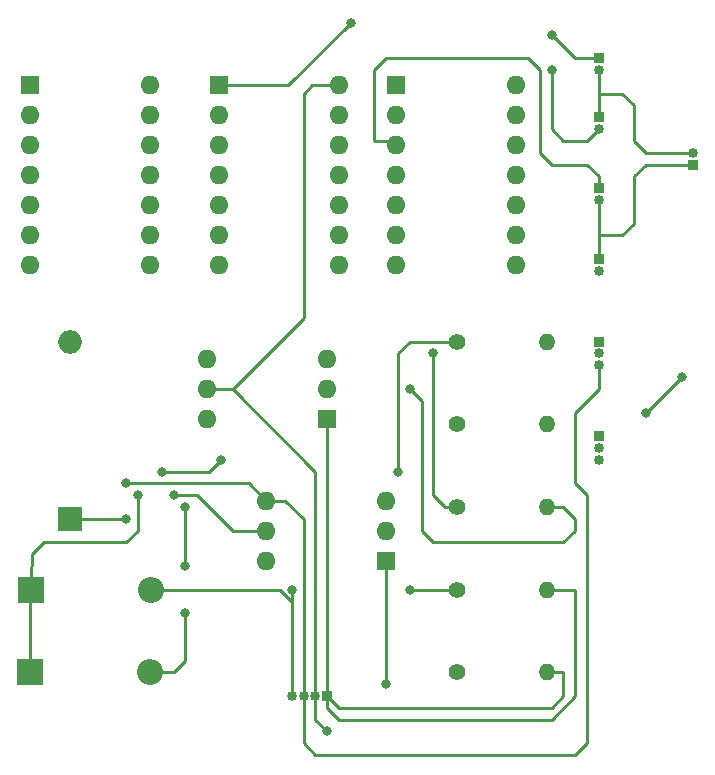
<source format=gbr>
%TF.GenerationSoftware,KiCad,Pcbnew,7.0.1-0*%
%TF.CreationDate,2023-05-12T11:35:49+01:00*%
%TF.ProjectId,rs232,72733233-322e-46b6-9963-61645f706362,rev?*%
%TF.SameCoordinates,Original*%
%TF.FileFunction,Copper,L1,Top*%
%TF.FilePolarity,Positive*%
%FSLAX46Y46*%
G04 Gerber Fmt 4.6, Leading zero omitted, Abs format (unit mm)*
G04 Created by KiCad (PCBNEW 7.0.1-0) date 2023-05-12 11:35:49*
%MOMM*%
%LPD*%
G01*
G04 APERTURE LIST*
%TA.AperFunction,ComponentPad*%
%ADD10R,0.850000X0.850000*%
%TD*%
%TA.AperFunction,ComponentPad*%
%ADD11O,0.850000X0.850000*%
%TD*%
%TA.AperFunction,ComponentPad*%
%ADD12C,1.400000*%
%TD*%
%TA.AperFunction,ComponentPad*%
%ADD13O,1.400000X1.400000*%
%TD*%
%TA.AperFunction,ComponentPad*%
%ADD14R,1.600000X1.600000*%
%TD*%
%TA.AperFunction,ComponentPad*%
%ADD15O,1.600000X1.600000*%
%TD*%
%TA.AperFunction,ComponentPad*%
%ADD16R,2.200000X2.200000*%
%TD*%
%TA.AperFunction,ComponentPad*%
%ADD17O,2.200000X2.200000*%
%TD*%
%TA.AperFunction,ComponentPad*%
%ADD18R,2.000000X2.000000*%
%TD*%
%TA.AperFunction,ComponentPad*%
%ADD19O,2.000000X2.000000*%
%TD*%
%TA.AperFunction,ViaPad*%
%ADD20C,0.800000*%
%TD*%
%TA.AperFunction,Conductor*%
%ADD21C,0.250000*%
%TD*%
G04 APERTURE END LIST*
D10*
%TO.P,TSC1,1*%
%TO.N,N/C*%
X233000000Y-99000000D03*
D11*
%TO.P,TSC1,2*%
X233000000Y-100000000D03*
%TD*%
D10*
%TO.P,TSC4,1*%
%TO.N,N/C*%
X233000000Y-105000000D03*
D11*
%TO.P,TSC4,2*%
X233000000Y-106000000D03*
%TD*%
D10*
%TO.P,TSC3,1*%
%TO.N,N/C*%
X233000000Y-88000000D03*
D11*
%TO.P,TSC3,2*%
X233000000Y-89000000D03*
%TD*%
D10*
%TO.P,TSC2,1*%
%TO.N,N/C*%
X233000000Y-93000000D03*
D11*
%TO.P,TSC2,2*%
X233000000Y-94000000D03*
%TD*%
D12*
%TO.P,R4,1*%
%TO.N,Net-(C12-Pad1)*%
X220980000Y-112000000D03*
D13*
%TO.P,R4,2*%
%TO.N,Net-(J1-Pin_1)*%
X228600000Y-112000000D03*
%TD*%
D14*
%TO.P,E40,1,1A*%
%TO.N,unconnected-(E40-1A-Pad1)*%
X184840000Y-90300000D03*
D15*
%TO.P,E40,2,1Y*%
%TO.N,unconnected-(E40-1Y-Pad2)*%
X184840000Y-92840000D03*
%TO.P,E40,3,2A*%
%TO.N,unconnected-(E40-2A-Pad3)*%
X184840000Y-95380000D03*
%TO.P,E40,4,2Y*%
%TO.N,unconnected-(E40-2Y-Pad4)*%
X184840000Y-97920000D03*
%TO.P,E40,5,3A*%
%TO.N,Net-(E40-3A)*%
X184840000Y-100460000D03*
%TO.P,E40,6,3Y*%
%TO.N,Net-(E40-3Y)*%
X184840000Y-103000000D03*
%TO.P,E40,7,GND*%
%TO.N,unconnected-(E40-GND-Pad7)*%
X184840000Y-105540000D03*
%TO.P,E40,8,4Y*%
%TO.N,unconnected-(E40-4Y-Pad8)*%
X195000000Y-105540000D03*
%TO.P,E40,9,4A*%
%TO.N,unconnected-(E40-4A-Pad9)*%
X195000000Y-103000000D03*
%TO.P,E40,10,5Y*%
%TO.N,unconnected-(E40-5Y-Pad10)*%
X195000000Y-100460000D03*
%TO.P,E40,11,5A*%
%TO.N,unconnected-(E40-5A-Pad11)*%
X195000000Y-97920000D03*
%TO.P,E40,12,6Y*%
%TO.N,Net-(E40-6Y)*%
X195000000Y-95380000D03*
%TO.P,E40,13,6A*%
%TO.N,Net-(E40-6A)*%
X195000000Y-92840000D03*
%TO.P,E40,14,V_{CC}*%
%TO.N,unconnected-(E40-V_{CC}-Pad14)*%
X195000000Y-90300000D03*
%TD*%
D14*
%TO.P,E31,1,A*%
%TO.N,Net-(E31-A)*%
X215000000Y-130540000D03*
D15*
%TO.P,E31,2,C*%
%TO.N,Net-(C12-Pad1)*%
X215000000Y-128000000D03*
%TO.P,E31,3,N/C*%
%TO.N,unconnected-(E31-N{slash}C-Pad3)*%
X215000000Y-125460000D03*
%TO.P,E31,4,E*%
%TO.N,Net-(E31-E)*%
X204840000Y-125460000D03*
%TO.P,E31,5,C*%
%TO.N,Net-(E40-3A)*%
X204840000Y-128000000D03*
%TO.P,E31,6,B*%
%TO.N,unconnected-(E31-B-Pad6)*%
X204840000Y-130540000D03*
%TD*%
D10*
%TO.P,J1,1,Pin_1*%
%TO.N,Net-(J1-Pin_1)*%
X233000000Y-120000000D03*
D11*
%TO.P,J1,2,Pin_2*%
%TO.N,Net-(D10-A)*%
X233000000Y-121000000D03*
%TO.P,J1,3,Pin_3*%
%TO.N,Net-(J1-Pin_3)*%
X233000000Y-122000000D03*
%TD*%
D10*
%TO.P,J4,1,Pin_1*%
%TO.N,Net-(J4-Pin_1)*%
X241000000Y-97000000D03*
D11*
%TO.P,J4,2,Pin_2*%
%TO.N,Net-(J4-Pin_2)*%
X241000000Y-96000000D03*
%TD*%
D14*
%TO.P,E52,1,1A*%
%TO.N,Net-(E52-1A)*%
X215840000Y-90300000D03*
D15*
%TO.P,E52,2,1CONT*%
%TO.N,unconnected-(E52-1CONT-Pad2)*%
X215840000Y-92840000D03*
%TO.P,E52,3,1Y*%
%TO.N,Net-(E52-1Y)*%
X215840000Y-95380000D03*
%TO.P,E52,4,2A*%
%TO.N,unconnected-(E52-2A-Pad4)*%
X215840000Y-97920000D03*
%TO.P,E52,5,2CONT*%
%TO.N,unconnected-(E52-2CONT-Pad5)*%
X215840000Y-100460000D03*
%TO.P,E52,6,2Y*%
%TO.N,unconnected-(E52-2Y-Pad6)*%
X215840000Y-103000000D03*
%TO.P,E52,7,GND*%
%TO.N,unconnected-(E52-GND-Pad7)*%
X215840000Y-105540000D03*
%TO.P,E52,8,3Y*%
%TO.N,Net-(E52-3Y)*%
X226000000Y-105540000D03*
%TO.P,E52,9,3CONT*%
%TO.N,unconnected-(E52-3CONT-Pad9)*%
X226000000Y-103000000D03*
%TO.P,E52,10,3A*%
%TO.N,unconnected-(E52-3A-Pad10)*%
X226000000Y-100460000D03*
%TO.P,E52,11,4Y*%
%TO.N,unconnected-(E52-4Y-Pad11)*%
X226000000Y-97920000D03*
%TO.P,E52,12,4CONT*%
%TO.N,unconnected-(E52-4CONT-Pad12)*%
X226000000Y-95380000D03*
%TO.P,E52,13,4A*%
%TO.N,unconnected-(E52-4A-Pad13)*%
X226000000Y-92840000D03*
%TO.P,E52,14,V_{CC}*%
%TO.N,unconnected-(E52-V_{CC}-Pad14)*%
X226000000Y-90300000D03*
%TD*%
D14*
%TO.P,E46,1,V_{CC}-*%
%TO.N,Net-(D10-A)*%
X200840000Y-90300000D03*
D15*
%TO.P,E46,2,1A*%
%TO.N,unconnected-(E46-1A-Pad2)*%
X200840000Y-92840000D03*
%TO.P,E46,3,1Y*%
%TO.N,unconnected-(E46-1Y-Pad3)*%
X200840000Y-95380000D03*
%TO.P,E46,4,2A*%
%TO.N,Net-(E46-2A)*%
X200840000Y-97920000D03*
%TO.P,E46,5,2B*%
X200840000Y-100460000D03*
%TO.P,E46,6,2Y*%
%TO.N,Net-(E46-2Y)*%
X200840000Y-103000000D03*
%TO.P,E46,7,GND*%
%TO.N,unconnected-(E46-GND-Pad7)*%
X200840000Y-105540000D03*
%TO.P,E46,8,3Y*%
%TO.N,Net-(E46-3Y)*%
X211000000Y-105540000D03*
%TO.P,E46,9,3A*%
%TO.N,unconnected-(E46-3A-Pad9)*%
X211000000Y-103000000D03*
%TO.P,E46,10,3B*%
%TO.N,unconnected-(E46-3B-Pad10)*%
X211000000Y-100460000D03*
%TO.P,E46,11,4Y*%
%TO.N,unconnected-(E46-4Y-Pad11)*%
X211000000Y-97920000D03*
%TO.P,E46,12,4A*%
%TO.N,unconnected-(E46-4A-Pad12)*%
X211000000Y-95380000D03*
%TO.P,E46,13,4B*%
%TO.N,unconnected-(E46-4B-Pad13)*%
X211000000Y-92840000D03*
%TO.P,E46,14,V_{CC}+*%
%TO.N,Net-(E31-A)*%
X211000000Y-90300000D03*
%TD*%
D16*
%TO.P,D11,1,K*%
%TO.N,Net-(D10-K)*%
X184840000Y-140000000D03*
D17*
%TO.P,D11,2,A*%
%TO.N,Net-(D11-A)*%
X195000000Y-140000000D03*
%TD*%
D12*
%TO.P,R5,1*%
%TO.N,Net-(D10-K)*%
X220980000Y-119000000D03*
D13*
%TO.P,R5,2*%
%TO.N,Net-(J1-Pin_3)*%
X228600000Y-119000000D03*
%TD*%
D10*
%TO.P,J3,1,Pin_1*%
%TO.N,Net-(E46-2Y)*%
X233000000Y-112000000D03*
D11*
%TO.P,J3,2,Pin_2*%
%TO.N,Net-(E52-1A)*%
X233000000Y-113000000D03*
%TO.P,J3,3,Pin_3*%
%TO.N,Net-(E31-E)*%
X233000000Y-114000000D03*
%TD*%
D18*
%TO.P,C12,1*%
%TO.N,Net-(C12-Pad1)*%
X188242500Y-127000000D03*
D19*
%TO.P,C12,2*%
%TO.N,Net-(E31-E)*%
X188242500Y-112000000D03*
%TD*%
D14*
%TO.P,E30,1,A*%
%TO.N,Net-(E30-A)*%
X210000000Y-118540000D03*
D15*
%TO.P,E30,2,C*%
%TO.N,Net-(E30-C-Pad2)*%
X210000000Y-116000000D03*
%TO.P,E30,3,N/C*%
%TO.N,unconnected-(E30-N{slash}C-Pad3)*%
X210000000Y-113460000D03*
%TO.P,E30,4,E*%
%TO.N,Net-(D11-A)*%
X199840000Y-113460000D03*
%TO.P,E30,5,C*%
%TO.N,Net-(E31-A)*%
X199840000Y-116000000D03*
%TO.P,E30,6,B*%
%TO.N,unconnected-(E30-B-Pad6)*%
X199840000Y-118540000D03*
%TD*%
D12*
%TO.P,R16,1*%
%TO.N,Net-(E40-3A)*%
X220980000Y-133000000D03*
D13*
%TO.P,R16,2*%
%TO.N,Net-(E30-A)*%
X228600000Y-133000000D03*
%TD*%
D12*
%TO.P,R9,1*%
%TO.N,Net-(E40-6Y)*%
X220980000Y-126000000D03*
D13*
%TO.P,R9,2*%
%TO.N,Net-(E30-C-Pad2)*%
X228600000Y-126000000D03*
%TD*%
D10*
%TO.P,J2,1,Pin_1*%
%TO.N,Net-(E30-A)*%
X210000000Y-142000000D03*
D11*
%TO.P,J2,2,Pin_2*%
%TO.N,Net-(E31-A)*%
X209000000Y-142000000D03*
%TO.P,J2,3,Pin_3*%
%TO.N,Net-(E31-E)*%
X208000000Y-142000000D03*
%TO.P,J2,4,Pin_4*%
%TO.N,Net-(D10-A)*%
X207000000Y-142000000D03*
%TD*%
D16*
%TO.P,D10,1,K*%
%TO.N,Net-(D10-K)*%
X184920000Y-133000000D03*
D17*
%TO.P,D10,2,A*%
%TO.N,Net-(D10-A)*%
X195080000Y-133000000D03*
%TD*%
D12*
%TO.P,R17,1*%
%TO.N,Net-(E40-3Y)*%
X220980000Y-140000000D03*
D13*
%TO.P,R17,2*%
%TO.N,Net-(E30-A)*%
X228600000Y-140000000D03*
%TD*%
D20*
%TO.N,Net-(D10-K)*%
X201000000Y-122000000D03*
X196000000Y-123000000D03*
X194000000Y-125000000D03*
%TO.N,Net-(D10-A)*%
X207000000Y-133000000D03*
X237000000Y-118000000D03*
X240000000Y-115000000D03*
X212000000Y-85000000D03*
%TO.N,Net-(D11-A)*%
X198000000Y-135000000D03*
X198000000Y-131000000D03*
X198000000Y-126000000D03*
%TO.N,Net-(E30-C-Pad2)*%
X217000000Y-116000000D03*
%TO.N,Net-(E31-A)*%
X210000000Y-145000000D03*
X215000000Y-141000000D03*
%TO.N,Net-(C12-Pad1)*%
X193000000Y-127000000D03*
X216000000Y-123000000D03*
%TO.N,Net-(E31-E)*%
X193000000Y-124000000D03*
%TO.N,Net-(E40-3A)*%
X217000000Y-133000000D03*
X197000000Y-125000000D03*
%TO.N,Net-(E40-6Y)*%
X219000000Y-113000000D03*
%TO.N,Net-(E40-6A)*%
X229000000Y-86000000D03*
%TO.N,Net-(E46-2A)*%
X229000000Y-89000000D03*
%TD*%
D21*
%TO.N,Net-(J4-Pin_1)*%
X241000000Y-97000000D02*
X237000000Y-97000000D01*
X236000000Y-98000000D02*
X236000000Y-102000000D01*
X235000000Y-103000000D02*
X233000000Y-103000000D01*
X237000000Y-97000000D02*
X236000000Y-98000000D01*
X236000000Y-102000000D02*
X235000000Y-103000000D01*
%TO.N,Net-(J4-Pin_2)*%
X233000000Y-91000000D02*
X235000000Y-91000000D01*
X235000000Y-91000000D02*
X236000000Y-92000000D01*
X236000000Y-92000000D02*
X236000000Y-95000000D01*
X236000000Y-95000000D02*
X237000000Y-96000000D01*
X237000000Y-96000000D02*
X241000000Y-96000000D01*
X233000000Y-91000000D02*
X233000000Y-93000000D01*
%TO.N,Net-(E46-2A)*%
X230000000Y-95000000D02*
X232000000Y-95000000D01*
X229000000Y-94000000D02*
X230000000Y-95000000D01*
X232000000Y-95000000D02*
X233000000Y-94000000D01*
%TO.N,Net-(J4-Pin_2)*%
X233000000Y-91000000D02*
X233000000Y-89000000D01*
%TO.N,Net-(E40-6A)*%
X231000000Y-88000000D02*
X233000000Y-88000000D01*
%TO.N,Net-(E52-1Y)*%
X233000000Y-98000000D02*
X233000000Y-99000000D01*
X215460000Y-95000000D02*
X214000000Y-95000000D01*
X215000000Y-88000000D02*
X227000000Y-88000000D01*
X227000000Y-88000000D02*
X228000000Y-89000000D01*
X214000000Y-95000000D02*
X214000000Y-89000000D01*
X214000000Y-89000000D02*
X215000000Y-88000000D01*
X215840000Y-95380000D02*
X215460000Y-95000000D01*
X228000000Y-89000000D02*
X228000000Y-96000000D01*
X228000000Y-96000000D02*
X229000000Y-97000000D01*
X229000000Y-97000000D02*
X232000000Y-97000000D01*
X232000000Y-97000000D02*
X233000000Y-98000000D01*
%TO.N,Net-(J4-Pin_1)*%
X233000000Y-100000000D02*
X233000000Y-103000000D01*
X233000000Y-103000000D02*
X233000000Y-105000000D01*
%TO.N,Net-(D10-K)*%
X186000000Y-129000000D02*
X185000000Y-130000000D01*
X185000000Y-130000000D02*
X185000000Y-131000000D01*
X185000000Y-131000000D02*
X184920000Y-131080000D01*
X194000000Y-128000000D02*
X194000000Y-125000000D01*
X184840000Y-133080000D02*
X184920000Y-133000000D01*
X184920000Y-133000000D02*
X184920000Y-131080000D01*
X196000000Y-123000000D02*
X200000000Y-123000000D01*
X184840000Y-140000000D02*
X184840000Y-133080000D01*
X201000000Y-122000000D02*
X200000000Y-123000000D01*
X186000000Y-129000000D02*
X193000000Y-129000000D01*
X193000000Y-129000000D02*
X194000000Y-128000000D01*
%TO.N,Net-(D10-A)*%
X200840000Y-90300000D02*
X206700000Y-90300000D01*
X207000000Y-134000000D02*
X206000000Y-133000000D01*
X240000000Y-115000000D02*
X237000000Y-118000000D01*
X206000000Y-133000000D02*
X195080000Y-133000000D01*
X206700000Y-90300000D02*
X212000000Y-85000000D01*
X207000000Y-134000000D02*
X207000000Y-133000000D01*
X207000000Y-142000000D02*
X207000000Y-134000000D01*
X200840000Y-90300000D02*
X203300000Y-90300000D01*
%TO.N,Net-(D11-A)*%
X198000000Y-139000000D02*
X198000000Y-135000000D01*
X197000000Y-140000000D02*
X198000000Y-139000000D01*
X195000000Y-140000000D02*
X197000000Y-140000000D01*
X198000000Y-126000000D02*
X198000000Y-131000000D01*
%TO.N,Net-(E30-A)*%
X230000000Y-140000000D02*
X228600000Y-140000000D01*
X210000000Y-142000000D02*
X210000000Y-118540000D01*
X210000000Y-142000000D02*
X210000000Y-143000000D01*
X211000000Y-144000000D02*
X229000000Y-144000000D01*
X210000000Y-142000000D02*
X211000000Y-143000000D01*
X230000000Y-142000000D02*
X230000000Y-140000000D01*
X229000000Y-143000000D02*
X230000000Y-142000000D01*
X231000000Y-133000000D02*
X228600000Y-133000000D01*
X231000000Y-142000000D02*
X231000000Y-133000000D01*
X229000000Y-144000000D02*
X231000000Y-142000000D01*
X211000000Y-143000000D02*
X229000000Y-143000000D01*
X210000000Y-143000000D02*
X211000000Y-144000000D01*
%TO.N,Net-(E30-C-Pad2)*%
X228600000Y-126000000D02*
X230000000Y-126000000D01*
X218000000Y-117000000D02*
X217000000Y-116000000D01*
X219000000Y-129000000D02*
X218000000Y-128000000D01*
X220000000Y-129000000D02*
X219000000Y-129000000D01*
X218000000Y-128000000D02*
X218000000Y-117000000D01*
X230000000Y-126000000D02*
X231000000Y-127000000D01*
X230000000Y-129000000D02*
X220000000Y-129000000D01*
X231000000Y-128000000D02*
X230000000Y-129000000D01*
X231000000Y-127000000D02*
X231000000Y-128000000D01*
%TO.N,Net-(E31-A)*%
X202000000Y-116000000D02*
X199840000Y-116000000D01*
X209000000Y-123000000D02*
X202000000Y-116000000D01*
X209000000Y-144000000D02*
X210000000Y-145000000D01*
X208700000Y-90300000D02*
X208000000Y-91000000D01*
X215000000Y-130540000D02*
X215000000Y-141000000D01*
X209000000Y-142000000D02*
X209000000Y-123000000D01*
X208000000Y-91000000D02*
X208000000Y-110000000D01*
X208000000Y-110000000D02*
X202000000Y-116000000D01*
X209000000Y-142000000D02*
X209000000Y-144000000D01*
X211000000Y-90300000D02*
X208700000Y-90300000D01*
%TO.N,Net-(C12-Pad1)*%
X217000000Y-112000000D02*
X220980000Y-112000000D01*
X216000000Y-113000000D02*
X217000000Y-112000000D01*
X216000000Y-123000000D02*
X216000000Y-113000000D01*
X188242500Y-127000000D02*
X193000000Y-127000000D01*
%TO.N,Net-(E31-E)*%
X208000000Y-142000000D02*
X208000000Y-146000000D01*
X233000000Y-116000000D02*
X233000000Y-114000000D01*
X208000000Y-146000000D02*
X209000000Y-147000000D01*
X208000000Y-142000000D02*
X208000000Y-127000000D01*
X206460000Y-125460000D02*
X204840000Y-125460000D01*
X232000000Y-125000000D02*
X231000000Y-124000000D01*
X209000000Y-147000000D02*
X231000000Y-147000000D01*
X203380000Y-124000000D02*
X193000000Y-124000000D01*
X231000000Y-124000000D02*
X231000000Y-118000000D01*
X231000000Y-147000000D02*
X232000000Y-146000000D01*
X204840000Y-125460000D02*
X203380000Y-124000000D01*
X208000000Y-127000000D02*
X206460000Y-125460000D01*
X231000000Y-118000000D02*
X233000000Y-116000000D01*
X232000000Y-146000000D02*
X232000000Y-125000000D01*
%TO.N,Net-(E40-3A)*%
X199000000Y-125000000D02*
X202000000Y-128000000D01*
X202000000Y-128000000D02*
X204840000Y-128000000D01*
X219000000Y-133000000D02*
X217000000Y-133000000D01*
X220980000Y-133000000D02*
X219000000Y-133000000D01*
X197000000Y-125000000D02*
X199000000Y-125000000D01*
%TO.N,Net-(E40-6Y)*%
X219000000Y-124000000D02*
X219000000Y-113000000D01*
X220980000Y-126000000D02*
X220000000Y-126000000D01*
X219000000Y-125000000D02*
X219000000Y-124000000D01*
X220000000Y-126000000D02*
X219000000Y-125000000D01*
%TO.N,Net-(E40-6A)*%
X231000000Y-88000000D02*
X229000000Y-86000000D01*
%TO.N,Net-(E46-2A)*%
X229000000Y-94000000D02*
X229000000Y-89000000D01*
%TD*%
M02*

</source>
